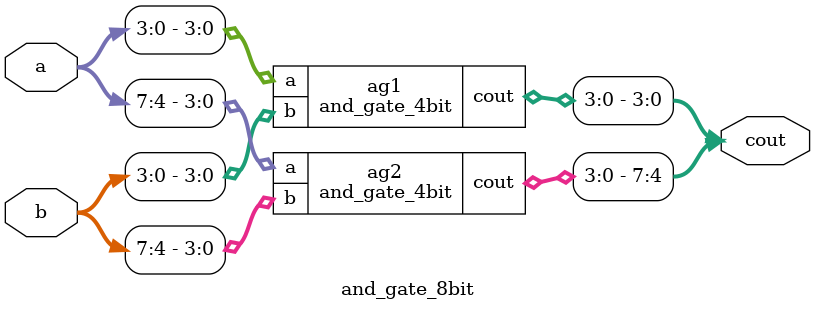
<source format=sv>
module and_gate_bit (input a, b,
               output cout);
  assign cout = a & b;
endmodule


module and_gate_2bit (input [1:0] a, b,
                output [1:0] cout);
  and_gate_bit ag1 (a[0:0], b[0:0], cout[0:0]);
  and_gate_bit ag2 (a[1:1], b[1:1], cout[1:1]);
  
endmodule

module and_gate_4bit (input [3:0] a, b,
                     output [3:0] cout);
  and_gate_2bit ag1 (a[1:0], b[1:0], cout[1:0]);
  and_gate_2bit ag2 (a[3:2], b[3:2], cout[3:2]);
endmodule

module and_gate_8bit (input [7:0] a, b,
                     output [7:0] cout);
  and_gate_4bit ag1 (a[3:0], b[3:0], cout[3:0]);
  and_gate_4bit ag2 (a[7:4], b[7:4], cout[7:4]);
endmodule

</source>
